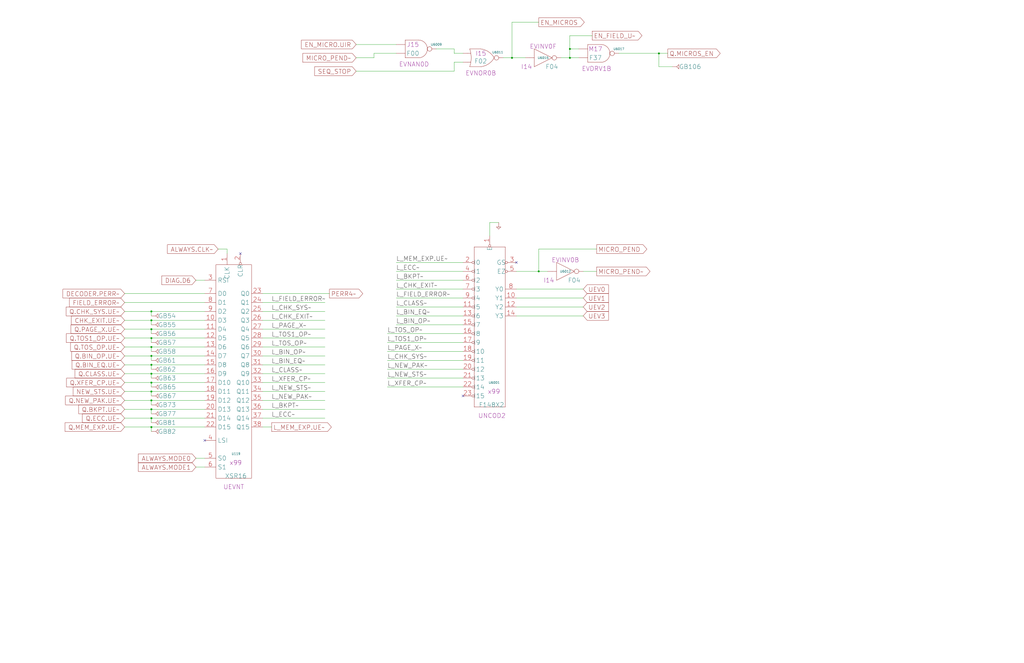
<source format=kicad_sch>
(kicad_sch (version 20230121) (generator eeschema)
  (paper "User" 584.2 378.46)
  (title_block (title "MICRO EVENT GENERATION") (date "22-MAY-90") (rev "1.0") (comment 1 "SEQUENCER") (comment 2 "232-003064") (comment 3 "S400") (comment 4 "RELEASED"))
  (lib_symbols
    (symbol "r1000:F00" (pin_numbers hide) (pin_names hide)
      (property "Reference" "U" (at 15.24 0 0))
      (property "Value" "F00" (at 1.905 -5.08 0))
      (property "Location" "___" (at 1.905 0 0))
      (property "Name" "______" (at 2.54 -12.7 0))
      (symbol "F00_0_1"
        (polyline (pts (xy -2.54 -7.62) (xy 5.08 -7.62)) (stroke (width 0.1524)))
        (polyline (pts (xy -2.54 2.54) (xy -2.54 -7.62)) (stroke (width 0.1524)))
        (polyline (pts (xy -2.54 2.54) (xy 5.08 2.54)) (stroke (width 0.1524)))
        (arc (start 5.08 -7.62) (mid 10.1282 -2.54) (end 5.08 2.54) (stroke (width 0.1524)))
        (circle (center 11.43 -2.54) (radius 1.27) (stroke (width 0.1524)))
      )
      (symbol "F00_0_2"
        (circle (center -3.81 -5.08) (radius 1.27) (stroke (width 0.1524)))
        (circle (center -3.81 0) (radius 1.27) (stroke (width 0.1524)))
        (arc (start -3.175 -7.62) (mid -2.134 -2.54) (end -3.175 2.54) (stroke (width 0.1524)))
        (polyline (pts (xy -3.175 -7.62) (xy 3.81 -7.62)) (stroke (width 0.1524)))
        (polyline (pts (xy -3.175 2.54) (xy 3.81 2.54)) (stroke (width 0.1524)))
        (arc (start 3.81 -7.62) (mid 7.5855 -5.8306) (end 10.16 -2.54) (stroke (width 0.1524)))
        (arc (start 10.16 -2.54) (mid 7.5827 0.7471) (end 3.81 2.54) (stroke (width 0.1524)))
      )
      (symbol "F00_1_1"
        (pin input line (at -7.62 0 0) (length 5.08) (name "D0") (number "1"))
        (pin input line (at -7.62 -5.08 0) (length 5.08) (name "D1") (number "2"))
        (pin output line (at 15.24 -2.54 180) (length 2.54) (name "Q") (number "3"))
      )
      (symbol "F00_1_2"
        (pin input line (at -7.62 0 0) (length 2.54) (name "D0") (number "1"))
        (pin input line (at -7.62 -5.08 0) (length 2.54) (name "D1") (number "2"))
        (pin output line (at 15.24 -2.54 180) (length 5.08) (name "Q") (number "3"))
      )
    )
    (symbol "r1000:F02" (pin_numbers hide) (pin_names hide)
      (property "Reference" "U" (at 12.16 0.635 0))
      (property "Value" "F02" (at -1.27 -4.445 0))
      (property "Location" "___" (at 2.54 0 0))
      (property "Name" "______" (at 2.54 -12.7 0))
      (symbol "F02_0_1"
        (arc (start -3.81 -7.62) (mid -2.9847 -2.54) (end -3.81 2.54) (stroke (width 0.1524)))
        (polyline (pts (xy -5.08 -5.08) (xy -3.175 -5.08)) (stroke (width 0.1524)))
        (polyline (pts (xy -5.08 0) (xy -3.175 0)) (stroke (width 0.1524)))
        (polyline (pts (xy -3.81 -7.62) (xy 2.54 -7.62)) (stroke (width 0.1524)))
        (polyline (pts (xy -3.81 2.54) (xy 2.54 2.54)) (stroke (width 0.1524)))
        (polyline (pts (xy 13.97 -2.54) (xy 12.7 -2.54)) (stroke (width 0.1524)))
        (arc (start 2.54 -7.62) (mid 6.9515 -5.9823) (end 10.16 -2.54) (stroke (width 0.1524)))
        (arc (start 10.16 -2.54) (mid 6.9478 0.8966) (end 2.54 2.54) (stroke (width 0.1524)))
        (circle (center 11.43 -2.54) (radius 1.27) (stroke (width 0.1524)))
      )
      (symbol "F02_0_2"
        (circle (center -3.81 -5.08) (radius 1.27) (stroke (width 0.1524)))
        (circle (center -3.81 0) (radius 1.27) (stroke (width 0.1524)))
        (polyline (pts (xy -2.54 -7.62) (xy 5.08 -7.62)) (stroke (width 0.1524)))
        (polyline (pts (xy -2.54 2.54) (xy -2.54 -7.62)) (stroke (width 0.1524)))
        (polyline (pts (xy -2.54 2.54) (xy 5.08 2.54)) (stroke (width 0.1524)))
        (polyline (pts (xy 11.43 -2.54) (xy 10.16 -2.54)) (stroke (width 0.1524)))
        (polyline (pts (xy 11.43 -2.54) (xy 12.7 -2.54)) (stroke (width 0.1524)))
        (arc (start 5.08 -7.62) (mid 10.1282 -2.54) (end 5.08 2.54) (stroke (width 0.1524)))
      )
      (symbol "F02_1_1"
        (pin input line (at -7.62 0 0) (length 2.54) (name "D0") (number "1"))
        (pin input line (at -7.62 -5.08 0) (length 2.54) (name "D1") (number "2"))
        (pin output line (at 15.24 -2.54 180) (length 1.27) (name "Q") (number "3"))
      )
      (symbol "F02_1_2"
        (pin input line (at -7.62 0 0) (length 2.54) (name "D0") (number "1"))
        (pin input line (at -7.62 -5.08 0) (length 2.54) (name "D1") (number "2"))
        (pin output line (at 15.24 -2.54 180) (length 2.54) (name "Q") (number "3"))
      )
    )
    (symbol "r1000:F04" (pin_numbers hide) (pin_names hide)
      (property "Reference" "U" (at 0 0 0))
      (property "Value" "F04" (at 1.27 -5.08 0))
      (property "Location" "___" (at -12.7 -5.08 0))
      (property "Name" "______" (at 0 5.08 0))
      (symbol "F04_0_1"
        (polyline (pts (xy -7.62 0) (xy -5.08 0)) (stroke (width 0.1524)))
        (polyline (pts (xy -5.08 5.08) (xy -5.08 -5.08)) (stroke (width 0.1524)))
        (polyline (pts (xy 5.08 0) (xy -5.08 -5.08)) (stroke (width 0.1524)))
        (polyline (pts (xy 5.08 0) (xy -5.08 5.08)) (stroke (width 0.1524)))
        (circle (center 6.35 0) (radius 1.27) (stroke (width 0.1524)))
      )
      (symbol "F04_1_1"
        (pin input line (at -10.16 0 0) (length 2.54) (name "D0") (number "1"))
        (pin output line (at 10.16 0 180) (length 2.54) (name "Q") (number "2"))
      )
    )
    (symbol "r1000:F148X2" (pin_names (offset 1.016))
      (property "Reference" "U" (at 2.54 5.08 0))
      (property "Value" "F148X2" (at -6.35 -7.62 0))
      (property "Location" "___" (at -1.27 0 0))
      (property "Name" "______" (at 1.27 -15.24 0))
      (symbol "F148X2_1_1"
        (circle (center -9.525 -2.54) (radius 0.635))
        (circle (center -9.525 2.54) (radius 0.635))
        (circle (center -9.525 7.62) (radius 0.635))
        (circle (center -9.525 12.7) (radius 0.635))
        (circle (center -9.525 17.78) (radius 0.635))
        (circle (center -9.525 22.86) (radius 0.635))
        (circle (center -9.525 27.94) (radius 0.635))
        (circle (center -9.525 33.02) (radius 0.635))
        (circle (center -9.525 38.1) (radius 0.635))
        (circle (center -9.525 43.18) (radius 0.635))
        (circle (center -9.525 48.26) (radius 0.635))
        (circle (center -9.525 53.34) (radius 0.635))
        (circle (center -9.525 58.42) (radius 0.635))
        (circle (center -9.525 63.5) (radius 0.635))
        (circle (center -9.525 68.58) (radius 0.635))
        (circle (center -9.525 73.66) (radius 0.635))
        (rectangle (start -8.89 82.55) (end 8.89 -8.89))
        (circle (center 0 83.185) (radius 0.635))
        (circle (center 9.525 68.58) (radius 0.635))
        (circle (center 9.525 73.66) (radius 0.635))
        (pin input line (at 0 88.9 270) (length 5.08) (name "E") (number "1"))
        (pin output line (at 15.24 53.34 180) (length 6.35) (name "Y1") (number "10"))
        (pin input line (at -15.24 48.26 0) (length 5.08) (name "I5") (number "11"))
        (pin output line (at 15.24 48.26 180) (length 6.35) (name "Y2") (number "12"))
        (pin input line (at -15.24 43.18 0) (length 5.08) (name "I6") (number "13"))
        (pin output line (at 15.24 43.18 180) (length 6.35) (name "Y3") (number "14"))
        (pin input line (at -15.24 38.1 0) (length 5.08) (name "I7") (number "15"))
        (pin input line (at -15.24 33.02 0) (length 5.08) (name "I8") (number "16"))
        (pin input line (at -15.24 27.94 0) (length 5.08) (name "I9") (number "17"))
        (pin input line (at -15.24 22.86 0) (length 5.08) (name "I10") (number "18"))
        (pin input line (at -15.24 17.78 0) (length 5.08) (name "I11") (number "19"))
        (pin input line (at -15.24 73.66 0) (length 5.08) (name "I0") (number "2"))
        (pin input line (at -15.24 12.7 0) (length 5.08) (name "I12") (number "20"))
        (pin input line (at -15.24 7.62 0) (length 5.08) (name "I13") (number "21"))
        (pin input line (at -15.24 2.54 0) (length 5.08) (name "I14") (number "22"))
        (pin input line (at -15.24 -2.54 0) (length 5.08) (name "I15") (number "23"))
        (pin output line (at 15.24 73.66 180) (length 5.08) (name "GS") (number "3"))
        (pin input line (at -15.24 68.58 0) (length 5.08) (name "I1") (number "4"))
        (pin output line (at 15.24 68.58 180) (length 5.08) (name "EZ") (number "5"))
        (pin input line (at -15.24 63.5 0) (length 5.08) (name "I2") (number "6"))
        (pin input line (at -15.24 58.42 0) (length 5.08) (name "I3") (number "7"))
        (pin output line (at 15.24 58.42 180) (length 6.35) (name "Y0") (number "8"))
        (pin input line (at -15.24 53.34 0) (length 5.08) (name "I4") (number "9"))
      )
    )
    (symbol "r1000:F37" (pin_numbers hide) (pin_names (offset 0) hide)
      (property "Reference" "U" (at 15.24 0 0))
      (property "Value" "F37" (at 1.905 -5.08 0))
      (property "Location" "___" (at 1.905 0 0))
      (property "Name" "______" (at 2.54 -12.7 0))
      (symbol "F37_0_1"
        (polyline (pts (xy -2.54 -7.62) (xy 5.08 -7.62)) (stroke (width 0.1524)))
        (polyline (pts (xy -2.54 2.54) (xy -2.54 -7.62)) (stroke (width 0.1524)))
        (polyline (pts (xy -2.54 2.54) (xy 5.08 2.54)) (stroke (width 0.1524)))
        (arc (start 5.08 -7.62) (mid 10.1282 -2.54) (end 5.08 2.54) (stroke (width 0.1524)))
        (circle (center 11.43 -2.54) (radius 1.27) (stroke (width 0.1524)))
      )
      (symbol "F37_0_2"
        (circle (center -3.81 -5.08) (radius 1.27) (stroke (width 0.1524)))
        (circle (center -3.81 0) (radius 1.27) (stroke (width 0.1524)))
        (arc (start -3.175 -7.62) (mid -2.134 -2.54) (end -3.175 2.54) (stroke (width 0.1524)))
        (polyline (pts (xy -3.175 -7.62) (xy 3.81 -7.62)) (stroke (width 0.1524)))
        (polyline (pts (xy -3.175 2.54) (xy 3.81 2.54)) (stroke (width 0.1524)))
        (arc (start 3.81 -7.62) (mid 7.5855 -5.8306) (end 10.16 -2.54) (stroke (width 0.1524)))
        (arc (start 10.16 -2.54) (mid 7.5827 0.7471) (end 3.81 2.54) (stroke (width 0.1524)))
      )
      (symbol "F37_1_1"
        (pin input line (at -7.62 0 0) (length 5.08) (name "D0") (number "1"))
        (pin input line (at -7.62 -5.08 0) (length 5.08) (name "D1") (number "2"))
        (pin output line (at 15.24 -2.54 180) (length 2.54) (name "Q") (number "3"))
      )
      (symbol "F37_1_2"
        (pin input line (at -7.62 0 0) (length 2.54) (name "D0") (number "1"))
        (pin input line (at -7.62 -5.08 0) (length 2.54) (name "D1") (number "2"))
        (pin output line (at 15.24 -2.54 180) (length 5.08) (name "Q") (number "3"))
      )
    )
    (symbol "r1000:GB" (pin_numbers hide) (pin_names (offset 0) hide)
      (property "Reference" "GB" (at 3.81 0 0))
      (symbol "GB_0_1"
        (polyline (pts (xy 2.54 0) (xy 3.81 1.27) (xy 3.81 -1.27) (xy 2.54 0)) (stroke (width 0.1524)))
      )
      (symbol "GB_1_1"
        (pin bidirectional line (at 0 0 0) (length 2.54) (name "") (number "1"))
      )
    )
    (symbol "r1000:PD" (power) (pin_numbers hide) (pin_names hide) (in_bom no)
      (symbol "PD_0_1"
        (polyline (pts (xy 0 -2.54) (xy 1.27 -2.54) (xy 0 -3.81) (xy -1.27 -2.54) (xy 0 -2.54)) (stroke (width 0.1524)))
      )
      (symbol "PD_1_1"
        (pin power_in line (at 0 0 270) (length 2.54) (name "PD") (number "1"))
      )
    )
    (symbol "r1000:XSR16" (pin_names (offset 1.016))
      (property "Reference" "U" (at 2.54 5.08 0))
      (property "Value" "XSR16" (at -3.81 -7.62 0))
      (property "Location" "___" (at -1.27 0 0))
      (property "Name" "______" (at 1.27 -15.24 0))
      (symbol "XSR16_1_1"
        (rectangle (start -8.89 113.03) (end 11.43 -8.89))
        (circle (center 5.08 113.665) (radius 0.635))
        (pin input line (at -2.54 119.38 270) (length 6.35) (name "CLK") (number "1"))
        (pin input line (at -15.24 81.28 0) (length 6.35) (name "D3") (number "10"))
        (pin input line (at -15.24 76.2 0) (length 6.35) (name "D4") (number "11"))
        (pin input line (at -15.24 71.12 0) (length 6.35) (name "D5") (number "12"))
        (pin input line (at -15.24 66.04 0) (length 6.35) (name "D6") (number "13"))
        (pin input line (at -15.24 60.96 0) (length 6.35) (name "D7") (number "14"))
        (pin input line (at -15.24 55.88 0) (length 6.35) (name "D8") (number "15"))
        (pin input line (at -15.24 50.8 0) (length 6.35) (name "D9") (number "16"))
        (pin input line (at -15.24 45.72 0) (length 6.35) (name "D10") (number "17"))
        (pin input line (at -15.24 40.64 0) (length 6.35) (name "D11") (number "18"))
        (pin input line (at -15.24 35.56 0) (length 6.35) (name "D12") (number "19"))
        (pin input line (at 5.08 119.38 270) (length 5.08) (name "CLR") (number "2"))
        (pin input line (at -15.24 30.48 0) (length 6.35) (name "D13") (number "20"))
        (pin input line (at -15.24 25.4 0) (length 6.35) (name "D14") (number "21"))
        (pin input line (at -15.24 20.32 0) (length 6.35) (name "D15") (number "22"))
        (pin output line (at 17.78 96.52 180) (length 6.35) (name "Q0") (number "23"))
        (pin output line (at 17.78 91.44 180) (length 6.35) (name "Q1") (number "24"))
        (pin output line (at 17.78 86.36 180) (length 6.35) (name "Q2") (number "25"))
        (pin output line (at 17.78 81.28 180) (length 6.35) (name "Q3") (number "26"))
        (pin output line (at 17.78 76.2 180) (length 6.35) (name "Q4") (number "27"))
        (pin output line (at 17.78 71.12 180) (length 6.35) (name "Q5") (number "28"))
        (pin output line (at 17.78 66.04 180) (length 6.35) (name "Q6") (number "29"))
        (pin input line (at -15.24 104.14 0) (length 6.35) (name "RSI") (number "3"))
        (pin output line (at 17.78 60.96 180) (length 6.35) (name "Q7") (number "30"))
        (pin output line (at 17.78 55.88 180) (length 6.35) (name "Q8") (number "31"))
        (pin output line (at 17.78 50.8 180) (length 6.35) (name "Q9") (number "32"))
        (pin output line (at 17.78 45.72 180) (length 6.35) (name "Q10") (number "33"))
        (pin output line (at 17.78 40.64 180) (length 6.35) (name "Q11") (number "34"))
        (pin output line (at 17.78 35.56 180) (length 6.35) (name "Q12") (number "35"))
        (pin output line (at 17.78 30.48 180) (length 6.35) (name "Q13") (number "36"))
        (pin output line (at 17.78 25.4 180) (length 6.35) (name "Q14") (number "37"))
        (pin output line (at 17.78 20.32 180) (length 6.35) (name "Q15") (number "38"))
        (pin input line (at -15.24 12.7 0) (length 6.35) (name "LSI") (number "4"))
        (pin input line (at -15.24 2.54 0) (length 6.35) (name "S0") (number "5"))
        (pin input line (at -15.24 -2.54 0) (length 6.35) (name "S1") (number "6"))
        (pin input line (at -15.24 96.52 0) (length 6.35) (name "D0") (number "7"))
        (pin input line (at -15.24 91.44 0) (length 6.35) (name "D1") (number "8"))
        (pin input line (at -15.24 86.36 0) (length 6.35) (name "D2") (number "9"))
      )
    )
  )
  (junction (at 86.36 193.04))
  (junction (at 86.36 208.28))
  (junction (at 86.36 233.68))
  (junction (at 86.36 228.6))
  (junction (at 86.36 177.8))
  (junction (at 86.36 213.36))
  (junction (at 86.36 218.44))
  (junction (at 86.36 238.76))
  (junction (at 292.1 33.02))
  (junction (at 86.36 223.52))
  (junction (at 325.12 33.02))
  (junction (at 86.36 198.12))
  (junction (at 325.12 27.94))
  (junction (at 86.36 187.96))
  (junction (at 86.36 243.84))
  (junction (at 307.34 154.94))
  (junction (at 86.36 182.88))
  (junction (at 86.36 203.2))
  (junction (at 375.92 30.48))
  (no_connect (at 294.64 149.86))
  (no_connect (at 137.16 144.78))
  (no_connect (at 264.16 226.06))
  (no_connect (at 116.84 251.46))
  (wire (pts (xy 264.16 210.82) (xy 220.98 210.82)))
  (wire (pts (xy 86.36 238.76) (xy 116.84 238.76)))
  (wire (pts (xy 248.92 27.94) (xy 259.08 27.94)))
  (wire (pts (xy 71.12 228.6) (xy 86.36 228.6)))
  (wire (pts (xy 149.86 187.96) (xy 185.42 187.96)))
  (wire (pts (xy 264.16 180.34) (xy 226.06 180.34)))
  (wire (pts (xy 86.36 238.76) (xy 86.36 241.3)))
  (wire (pts (xy 292.1 12.7) (xy 292.1 33.02)))
  (wire (pts (xy 71.12 172.72) (xy 116.84 172.72)))
  (wire (pts (xy 325.12 27.94) (xy 325.12 33.02)))
  (wire (pts (xy 71.12 193.04) (xy 86.36 193.04)))
  (wire (pts (xy 86.36 182.88) (xy 86.36 185.42)))
  (wire (pts (xy 264.16 200.66) (xy 220.98 200.66)))
  (wire (pts (xy 129.54 142.24) (xy 129.54 144.78)))
  (wire (pts (xy 86.36 208.28) (xy 86.36 210.82)))
  (wire (pts (xy 71.12 177.8) (xy 86.36 177.8)))
  (wire (pts (xy 86.36 198.12) (xy 116.84 198.12)))
  (wire (pts (xy 149.86 213.36) (xy 185.42 213.36)))
  (wire (pts (xy 86.36 193.04) (xy 86.36 195.58)))
  (wire (pts (xy 71.12 213.36) (xy 86.36 213.36)))
  (wire (pts (xy 111.76 266.7) (xy 116.84 266.7)))
  (wire (pts (xy 279.4 127) (xy 284.48 127)))
  (wire (pts (xy 264.16 160.02) (xy 226.06 160.02)))
  (wire (pts (xy 149.86 208.28) (xy 185.42 208.28)))
  (wire (pts (xy 203.2 40.64) (xy 259.08 40.64)))
  (wire (pts (xy 375.92 38.1) (xy 375.92 30.48)))
  (wire (pts (xy 294.64 154.94) (xy 307.34 154.94)))
  (wire (pts (xy 279.4 134.62) (xy 279.4 127)))
  (wire (pts (xy 294.64 165.1) (xy 332.74 165.1)))
  (wire (pts (xy 86.36 187.96) (xy 86.36 190.5)))
  (wire (pts (xy 86.36 243.84) (xy 86.36 246.38)))
  (wire (pts (xy 149.86 177.8) (xy 185.42 177.8)))
  (wire (pts (xy 307.34 142.24) (xy 340.36 142.24)))
  (wire (pts (xy 203.2 25.4) (xy 226.06 25.4)))
  (wire (pts (xy 86.36 187.96) (xy 116.84 187.96)))
  (wire (pts (xy 86.36 228.6) (xy 116.84 228.6)))
  (wire (pts (xy 213.36 30.48) (xy 213.36 33.02)))
  (wire (pts (xy 71.12 243.84) (xy 86.36 243.84)))
  (wire (pts (xy 86.36 218.44) (xy 86.36 220.98)))
  (wire (pts (xy 149.86 218.44) (xy 185.42 218.44)))
  (wire (pts (xy 71.12 167.64) (xy 116.84 167.64)))
  (wire (pts (xy 86.36 213.36) (xy 116.84 213.36)))
  (wire (pts (xy 111.76 261.62) (xy 116.84 261.62)))
  (wire (pts (xy 149.86 198.12) (xy 185.42 198.12)))
  (wire (pts (xy 292.1 33.02) (xy 299.72 33.02)))
  (wire (pts (xy 337.82 20.32) (xy 325.12 20.32)))
  (wire (pts (xy 259.08 30.48) (xy 259.08 27.94)))
  (wire (pts (xy 86.36 177.8) (xy 116.84 177.8)))
  (wire (pts (xy 86.36 233.68) (xy 116.84 233.68)))
  (wire (pts (xy 226.06 149.86) (xy 264.16 149.86)))
  (wire (pts (xy 149.86 223.52) (xy 185.42 223.52)))
  (wire (pts (xy 124.46 142.24) (xy 129.54 142.24)))
  (wire (pts (xy 149.86 167.64) (xy 187.96 167.64)))
  (wire (pts (xy 86.36 223.52) (xy 86.36 226.06)))
  (wire (pts (xy 149.86 203.2) (xy 185.42 203.2)))
  (wire (pts (xy 264.16 35.56) (xy 259.08 35.56)))
  (wire (pts (xy 86.36 203.2) (xy 86.36 205.74)))
  (wire (pts (xy 86.36 193.04) (xy 116.84 193.04)))
  (wire (pts (xy 353.06 30.48) (xy 375.92 30.48)))
  (wire (pts (xy 264.16 175.26) (xy 226.06 175.26)))
  (wire (pts (xy 149.86 228.6) (xy 185.42 228.6)))
  (wire (pts (xy 71.12 203.2) (xy 86.36 203.2)))
  (wire (pts (xy 264.16 154.94) (xy 226.06 154.94)))
  (wire (pts (xy 264.16 170.18) (xy 226.06 170.18)))
  (wire (pts (xy 111.76 160.02) (xy 116.84 160.02)))
  (wire (pts (xy 71.12 223.52) (xy 86.36 223.52)))
  (wire (pts (xy 86.36 243.84) (xy 116.84 243.84)))
  (wire (pts (xy 264.16 30.48) (xy 259.08 30.48)))
  (wire (pts (xy 330.2 27.94) (xy 325.12 27.94)))
  (wire (pts (xy 149.86 193.04) (xy 185.42 193.04)))
  (wire (pts (xy 320.04 33.02) (xy 325.12 33.02)))
  (wire (pts (xy 86.36 208.28) (xy 116.84 208.28)))
  (wire (pts (xy 86.36 177.8) (xy 86.36 180.34)))
  (wire (pts (xy 264.16 215.9) (xy 220.98 215.9)))
  (wire (pts (xy 71.12 198.12) (xy 86.36 198.12)))
  (wire (pts (xy 294.64 175.26) (xy 332.74 175.26)))
  (wire (pts (xy 287.02 33.02) (xy 292.1 33.02)))
  (wire (pts (xy 71.12 182.88) (xy 86.36 182.88)))
  (wire (pts (xy 264.16 220.98) (xy 220.98 220.98)))
  (wire (pts (xy 312.42 154.94) (xy 307.34 154.94)))
  (wire (pts (xy 86.36 233.68) (xy 86.36 236.22)))
  (wire (pts (xy 149.86 233.68) (xy 185.42 233.68)))
  (wire (pts (xy 149.86 182.88) (xy 185.42 182.88)))
  (wire (pts (xy 375.92 30.48) (xy 381 30.48)))
  (wire (pts (xy 294.64 170.18) (xy 332.74 170.18)))
  (wire (pts (xy 86.36 213.36) (xy 86.36 215.9)))
  (wire (pts (xy 264.16 190.5) (xy 220.98 190.5)))
  (wire (pts (xy 264.16 195.58) (xy 220.98 195.58)))
  (wire (pts (xy 149.86 243.84) (xy 154.94 243.84)))
  (wire (pts (xy 264.16 205.74) (xy 220.98 205.74)))
  (wire (pts (xy 86.36 218.44) (xy 116.84 218.44)))
  (wire (pts (xy 71.12 208.28) (xy 86.36 208.28)))
  (wire (pts (xy 226.06 30.48) (xy 213.36 30.48)))
  (wire (pts (xy 71.12 233.68) (xy 86.36 233.68)))
  (wire (pts (xy 307.34 12.7) (xy 292.1 12.7)))
  (wire (pts (xy 71.12 238.76) (xy 86.36 238.76)))
  (wire (pts (xy 86.36 228.6) (xy 86.36 231.14)))
  (wire (pts (xy 203.2 33.02) (xy 213.36 33.02)))
  (wire (pts (xy 71.12 218.44) (xy 86.36 218.44)))
  (wire (pts (xy 149.86 172.72) (xy 185.42 172.72)))
  (wire (pts (xy 86.36 223.52) (xy 116.84 223.52)))
  (wire (pts (xy 149.86 238.76) (xy 185.42 238.76)))
  (wire (pts (xy 86.36 203.2) (xy 116.84 203.2)))
  (wire (pts (xy 71.12 187.96) (xy 86.36 187.96)))
  (wire (pts (xy 325.12 33.02) (xy 330.2 33.02)))
  (wire (pts (xy 264.16 165.1) (xy 226.06 165.1)))
  (wire (pts (xy 383.54 38.1) (xy 375.92 38.1)))
  (wire (pts (xy 294.64 180.34) (xy 332.74 180.34)))
  (wire (pts (xy 86.36 182.88) (xy 116.84 182.88)))
  (wire (pts (xy 332.74 154.94) (xy 340.36 154.94)))
  (wire (pts (xy 264.16 185.42) (xy 226.06 185.42)))
  (wire (pts (xy 325.12 20.32) (xy 325.12 27.94)))
  (wire (pts (xy 86.36 198.12) (xy 86.36 200.66)))
  (wire (pts (xy 259.08 35.56) (xy 259.08 40.64)))
  (wire (pts (xy 307.34 154.94) (xy 307.34 142.24)))
  (label "L_NEW_PAK~" (at 220.98 210.82 0) (effects (font (size 2.54 2.54))))
  (label "L_FIELD_ERROR~" (at 154.94 172.72 0) (effects (font (size 2.54 2.54))))
  (label "L_PAGE_X~" (at 154.94 187.96 0) (effects (font (size 2.54 2.54))))
  (label "L_FIELD_ERROR~" (at 226.06 170.18 0) (effects (font (size 2.54 2.54))))
  (label "L_BIN_EQ~" (at 226.06 180.34 0) (effects (font (size 2.54 2.54))))
  (label "L_CHK_EXIT~" (at 154.94 182.88 0) (effects (font (size 2.54 2.54))))
  (label "L_CLASS~" (at 226.06 175.26 0) (effects (font (size 2.54 2.54))))
  (label "L_TOS_OP~" (at 220.98 190.5 0) (effects (font (size 2.54 2.54))))
  (label "L_TOS_OP~" (at 154.94 198.12 0) (effects (font (size 2.54 2.54))))
  (label "L_XFER_CP~" (at 154.94 218.44 0) (effects (font (size 2.54 2.54))))
  (label "L_BIN_OP~" (at 154.94 203.2 0) (effects (font (size 2.54 2.54))))
  (label "L_PAGE_X~" (at 220.98 200.66 0) (effects (font (size 2.54 2.54))))
  (label "L_MEM_EXP.UE~" (at 226.06 149.86 0) (effects (font (size 2.54 2.54))))
  (label "L_CHK_EXIT~" (at 226.06 165.1 0) (effects (font (size 2.54 2.54))))
  (label "L_BIN_OP~" (at 226.06 185.42 0) (effects (font (size 2.54 2.54))))
  (label "L_NEW_STS~" (at 220.98 215.9 0) (effects (font (size 2.54 2.54))))
  (label "L_CLASS~" (at 154.94 213.36 0) (effects (font (size 2.54 2.54))))
  (label "L_ECC~" (at 226.06 154.94 0) (effects (font (size 2.54 2.54))))
  (label "L_NEW_PAK~" (at 154.94 228.6 0) (effects (font (size 2.54 2.54))))
  (label "L_ECC~" (at 154.94 238.76 0) (effects (font (size 2.54 2.54))))
  (label "L_NEW_STS~" (at 154.94 223.52 0) (effects (font (size 2.54 2.54))))
  (label "L_TOS1_OP~" (at 154.94 193.04 0) (effects (font (size 2.54 2.54))))
  (label "L_CHK_SYS~" (at 220.98 205.74 0) (effects (font (size 2.54 2.54))))
  (label "L_BKPT~" (at 226.06 160.02 0) (effects (font (size 2.54 2.54))))
  (label "L_BIN_EQ~" (at 154.94 208.28 0) (effects (font (size 2.54 2.54))))
  (label "L_XFER_CP~" (at 220.98 220.98 0) (effects (font (size 2.54 2.54))))
  (label "L_TOS1_OP~" (at 220.98 195.58 0) (effects (font (size 2.54 2.54))))
  (label "L_BKPT~" (at 154.94 233.68 0) (effects (font (size 2.54 2.54))))
  (label "L_CHK_SYS~" (at 154.94 177.8 0) (effects (font (size 2.54 2.54))))
  (global_label "EN_MICRO.UIR" (shape input) (at 203.2 25.4 180) (effects (font (size 2.54 2.54))) (property "Intersheetrefs" "${INTERSHEET_REFS}" (at 172.0064 25.2413 0) (effects (font (size 1.905 1.905)) (justify right))))
  (global_label "Q.MEM_EXP.UE~" (shape input) (at 71.12 243.84 180) (effects (font (size 2.54 2.54))) (property "Intersheetrefs" "${INTERSHEET_REFS}" (at 37.1445 243.6813 0) (effects (font (size 1.905 1.905)) (justify right))))
  (global_label "ALWAYS.CLK~" (shape input) (at 124.46 142.24 180) (effects (font (size 2.54 2.54))) (property "Intersheetrefs" "${INTERSHEET_REFS}" (at 89.3959 142.0813 0) (effects (font (size 1.905 1.905)) (justify right))))
  (global_label "MICRO_PEND~" (shape input) (at 203.2 33.02 180) (effects (font (size 2.54 2.54))) (property "Intersheetrefs" "${INTERSHEET_REFS}" (at 172.7321 32.8613 0) (effects (font (size 1.905 1.905)) (justify right))))
  (global_label "DECODER.PERR~" (shape input) (at 71.12 167.64 180) (effects (font (size 2.54 2.54))) (property "Intersheetrefs" "${INTERSHEET_REFS}" (at 35.935 167.4813 0) (effects (font (size 1.905 1.905)) (justify right))))
  (global_label "Q.BIN_OP.UE~" (shape input) (at 71.12 203.2 180) (effects (font (size 2.54 2.54))) (property "Intersheetrefs" "${INTERSHEET_REFS}" (at 40.894 203.0413 0) (effects (font (size 1.905 1.905)) (justify right))))
  (global_label "MICRO_PEND~" (shape output) (at 340.36 154.94 0) (effects (font (size 2.54 2.54))) (property "Intersheetrefs" "${INTERSHEET_REFS}" (at 372.003 154.94 0) (effects (font (size 1.905 1.905)) (justify left))))
  (global_label "DIAG.D6" (shape input) (at 111.76 160.02 180) (effects (font (size 2.54 2.54))) (property "Intersheetrefs" "${INTERSHEET_REFS}" (at 92.2988 159.8613 0) (effects (font (size 1.905 1.905)) (justify right))))
  (global_label "Q.TOS_OP.UE~" (shape input) (at 71.12 198.12 180) (effects (font (size 2.54 2.54))) (property "Intersheetrefs" "${INTERSHEET_REFS}" (at 40.2892 197.9613 0) (effects (font (size 1.905 1.905)) (justify right))))
  (global_label "L_MEM_EXP.UE~" (shape output) (at 154.94 243.84 0) (effects (font (size 2.54 2.54))) (property "Intersheetrefs" "${INTERSHEET_REFS}" (at 189.0365 243.6813 0) (effects (font (size 1.905 1.905)) (justify left))))
  (global_label "NEW_STS.UE~" (shape input) (at 71.12 223.52 180) (effects (font (size 2.54 2.54))) (property "Intersheetrefs" "${INTERSHEET_REFS}" (at 41.7407 223.3613 0) (effects (font (size 1.905 1.905)) (justify right))))
  (global_label "UEV0" (shape input) (at 332.74 165.1 0) (effects (font (size 2.54 2.54))) (property "Intersheetrefs" "${INTERSHEET_REFS}" (at 348.2962 165.1 0) (effects (justify left))))
  (global_label "UEV1" (shape input) (at 332.74 170.18 0) (effects (font (size 2.54 2.54))) (property "Intersheetrefs" "${INTERSHEET_REFS}" (at 348.2962 170.18 0) (effects (justify left))))
  (global_label "MICRO_PEND" (shape output) (at 340.36 142.24 0) (effects (font (size 2.54 2.54))) (property "Intersheetrefs" "${INTERSHEET_REFS}" (at 370.1887 142.24 0) (effects (font (size 1.905 1.905)) (justify left))))
  (global_label "UEV2" (shape input) (at 332.74 175.26 0) (effects (font (size 2.54 2.54))) (property "Intersheetrefs" "${INTERSHEET_REFS}" (at 348.2962 175.26 0) (effects (justify left))))
  (global_label "Q.MICROS_EN" (shape output) (at 381 30.48 0) (effects (font (size 2.54 2.54))) (property "Intersheetrefs" "${INTERSHEET_REFS}" (at 410.8631 30.3213 0) (effects (font (size 1.905 1.905)) (justify left))))
  (global_label "Q.CHK_SYS.UE~" (shape input) (at 71.12 177.8 180) (effects (font (size 2.54 2.54))) (property "Intersheetrefs" "${INTERSHEET_REFS}" (at 37.7492 177.6413 0) (effects (font (size 1.905 1.905)) (justify right))))
  (global_label "Q.NEW_PAK.UE~" (shape input) (at 71.12 228.6 180) (effects (font (size 2.54 2.54))) (property "Intersheetrefs" "${INTERSHEET_REFS}" (at 37.3864 228.4413 0) (effects (font (size 1.905 1.905)) (justify right))))
  (global_label "SEQ_STOP" (shape input) (at 203.2 40.64 180) (effects (font (size 2.54 2.54))) (property "Intersheetrefs" "${INTERSHEET_REFS}" (at 179.5054 40.4813 0) (effects (font (size 1.905 1.905)) (justify right))))
  (global_label "FIELD_ERROR~" (shape input) (at 71.12 172.72 180) (effects (font (size 2.54 2.54))) (property "Intersheetrefs" "${INTERSHEET_REFS}" (at 39.6845 172.5613 0) (effects (font (size 1.905 1.905)) (justify right))))
  (global_label "EN_FIELD_U~" (shape output) (at 337.82 20.32 0) (effects (font (size 2.54 2.54))) (property "Intersheetrefs" "${INTERSHEET_REFS}" (at 366.2317 20.1613 0) (effects (font (size 1.905 1.905)) (justify left))))
  (global_label "Q.BIN_EQ.UE~" (shape input) (at 71.12 208.28 180) (effects (font (size 2.54 2.54))) (property "Intersheetrefs" "${INTERSHEET_REFS}" (at 41.1359 208.1213 0) (effects (font (size 1.905 1.905)) (justify right))))
  (global_label "PERR4~" (shape output) (at 187.96 167.64 0) (effects (font (size 2.54 2.54))) (property "Intersheetrefs" "${INTERSHEET_REFS}" (at 206.9374 167.4813 0) (effects (font (size 1.905 1.905)) (justify left))))
  (global_label "Q.PAGE_X.UE~" (shape input) (at 71.12 187.96 180) (effects (font (size 2.54 2.54))) (property "Intersheetrefs" "${INTERSHEET_REFS}" (at 40.5311 187.8013 0) (effects (font (size 1.905 1.905)) (justify right))))
  (global_label "Q.ECC.UE~" (shape input) (at 71.12 238.76 180) (effects (font (size 2.54 2.54))) (property "Intersheetrefs" "${INTERSHEET_REFS}" (at 47.0626 238.6013 0) (effects (font (size 1.905 1.905)) (justify right))))
  (global_label "EN_MICROS" (shape output) (at 307.34 12.7 0) (effects (font (size 2.54 2.54))) (property "Intersheetrefs" "${INTERSHEET_REFS}" (at 333.3327 12.5413 0) (effects (font (size 1.905 1.905)) (justify left))))
  (global_label "ALWAYS.MODE0" (shape input) (at 111.76 261.62 180) (effects (font (size 2.54 2.54))) (property "Intersheetrefs" "${INTERSHEET_REFS}" (at 78.994 261.4613 0) (effects (font (size 1.905 1.905)) (justify right))))
  (global_label "ALWAYS.MODE1" (shape input) (at 111.76 266.7 180) (effects (font (size 2.54 2.54))) (property "Intersheetrefs" "${INTERSHEET_REFS}" (at 78.994 266.5413 0) (effects (font (size 1.905 1.905)) (justify right))))
  (global_label "UEV3" (shape input) (at 332.74 180.34 0) (effects (font (size 2.54 2.54))) (property "Intersheetrefs" "${INTERSHEET_REFS}" (at 348.2962 180.34 0) (effects (justify left))))
  (global_label "Q.BKPT.UE~" (shape input) (at 71.12 233.68 180) (effects (font (size 2.54 2.54))) (property "Intersheetrefs" "${INTERSHEET_REFS}" (at 44.8854 233.5213 0) (effects (font (size 1.905 1.905)) (justify right))))
  (global_label "Q.CLASS.UE~" (shape input) (at 71.12 213.36 180) (effects (font (size 2.54 2.54))) (property "Intersheetrefs" "${INTERSHEET_REFS}" (at 42.8292 213.2013 0) (effects (font (size 1.905 1.905)) (justify right))))
  (global_label "CHK_EXIT.UE~" (shape input) (at 71.12 182.88 180) (effects (font (size 2.54 2.54))) (property "Intersheetrefs" "${INTERSHEET_REFS}" (at 40.773 182.7213 0) (effects (font (size 1.905 1.905)) (justify right))))
  (global_label "Q.TOS1_OP.UE~" (shape input) (at 71.12 193.04 180) (effects (font (size 2.54 2.54))) (property "Intersheetrefs" "${INTERSHEET_REFS}" (at 37.8702 192.8813 0) (effects (font (size 1.905 1.905)) (justify right))))
  (global_label "Q.XFER_CP.UE~" (shape input) (at 71.12 218.44 180) (effects (font (size 2.54 2.54))) (property "Intersheetrefs" "${INTERSHEET_REFS}" (at 37.9911 218.2813 0) (effects (font (size 1.905 1.905)) (justify right))))
  (symbol (lib_id "r1000:F04") (at 322.58 154.94 0) (unit 1)
    (property "Reference" "U6012" (at 322.58 154.94 0))
    (property "Value" "F04" (at 323.85 160.02 0) (effects (font (size 2.54 2.54)) (justify left)))
    (property "Location" "I14" (at 309.88 160.02 0) (effects (font (size 2.54 2.54)) (justify left)))
    (property "Name" "EVINV0B" (at 322.58 149.86 0) (effects (font (size 2.54 2.54)) (justify bottom)))
  )
  (symbol (lib_id "r1000:GB") (at 86.36 231.14 0) (unit 1)
    (property "Reference" "GB73" (at 90.17 231.14 0) (effects (font (size 2.54 2.54)) (justify left)))
    (property "Value" "GB" (effects hide))
  )
  (symbol (lib_id "r1000:F148X2") (at 279.4 223.52 0) (unit 1)
    (property "Reference" "U6001" (at 281.94 218.44 0))
    (property "Value" "F148X2" (at 273.05 231.14 0) (effects (font (size 2.54 2.54)) (justify left)))
    (property "Location" "x99" (at 278.13 223.52 0) (effects (font (size 2.54 2.54)) (justify left)))
    (property "Name" "UNCOD2" (at 280.67 238.76 0) (effects (font (size 2.54 2.54)) (justify bottom)))
  )
  (symbol (lib_id "r1000:GB") (at 86.36 185.42 0) (unit 1)
    (property "Reference" "GB55" (at 90.17 185.42 0) (effects (font (size 2.54 2.54)) (justify left)))
    (property "Value" "GB" (effects hide))
  )
  (symbol (lib_id "r1000:PD") (at 284.48 127 0) (unit 1) (in_bom no)
    (property "Reference" "#PWR06001" (effects hide))
    (property "Value" "PD" (effects hide))
  )
  (symbol (lib_id "r1000:GB") (at 86.36 205.74 0) (unit 1)
    (property "Reference" "GB61" (at 90.17 205.74 0) (effects (font (size 2.54 2.54)) (justify left)))
    (property "Value" "GB" (effects hide))
  )
  (symbol (lib_id "r1000:GB") (at 86.36 236.22 0) (unit 1)
    (property "Reference" "GB77" (at 90.17 236.22 0) (effects (font (size 2.54 2.54)) (justify left)))
    (property "Value" "GB" (effects hide))
  )
  (symbol (lib_id "r1000:F00") (at 233.68 25.4 0) (unit 1)
    (property "Reference" "U6009" (at 248.92 25.4 0))
    (property "Value" "F00" (at 235.585 30.48 0) (effects (font (size 2.54 2.54))))
    (property "Location" "J15" (at 235.585 25.4 0) (effects (font (size 2.54 2.54))))
    (property "Name" "EVNAN0D" (at 236.22 38.1 0) (effects (font (size 2.54 2.54)) (justify bottom)))
  )
  (symbol (lib_id "r1000:F37") (at 337.82 27.94 0) (unit 1)
    (property "Reference" "U6017" (at 353.06 27.94 0))
    (property "Value" "F37" (at 339.725 33.02 0) (effects (font (size 2.54 2.54))))
    (property "Location" "M17" (at 339.725 27.94 0) (effects (font (size 2.54 2.54))))
    (property "Name" "EVDRV1B" (at 340.36 40.64 0) (effects (font (size 2.54 2.54)) (justify bottom)))
  )
  (symbol (lib_id "r1000:GB") (at 86.36 226.06 0) (unit 1)
    (property "Reference" "GB67" (at 90.17 226.06 0) (effects (font (size 2.54 2.54)) (justify left)))
    (property "Value" "GB" (effects hide))
  )
  (symbol (lib_id "r1000:XSR16") (at 132.08 264.16 0) (unit 1)
    (property "Reference" "U119" (at 134.62 259.08 0))
    (property "Value" "XSR16" (at 128.27 271.78 0) (effects (font (size 2.54 2.54)) (justify left)))
    (property "Location" "x99" (at 130.81 264.16 0) (effects (font (size 2.54 2.54)) (justify left)))
    (property "Name" "UEVNT" (at 133.35 279.4 0) (effects (font (size 2.54 2.54)) (justify bottom)))
  )
  (symbol (lib_id "r1000:GB") (at 86.36 210.82 0) (unit 1)
    (property "Reference" "GB62" (at 90.17 210.82 0) (effects (font (size 2.54 2.54)) (justify left)))
    (property "Value" "GB" (effects hide))
  )
  (symbol (lib_id "r1000:F04") (at 309.88 33.02 0) (unit 1)
    (property "Reference" "U6015" (at 309.88 33.02 0))
    (property "Value" "F04" (at 311.15 38.1 0) (effects (font (size 2.54 2.54)) (justify left)))
    (property "Location" "I14" (at 297.18 38.1 0) (effects (font (size 2.54 2.54)) (justify left)))
    (property "Name" "EVINV0F" (at 309.88 27.94 0) (effects (font (size 2.54 2.54)) (justify bottom)))
  )
  (symbol (lib_id "r1000:GB") (at 86.36 241.3 0) (unit 1)
    (property "Reference" "GB81" (at 90.17 241.3 0) (effects (font (size 2.54 2.54)) (justify left)))
    (property "Value" "GB" (effects hide))
  )
  (symbol (lib_id "r1000:GB") (at 86.36 180.34 0) (unit 1)
    (property "Reference" "GB54" (at 90.17 180.34 0) (effects (font (size 2.54 2.54)) (justify left)))
    (property "Value" "GB" (effects hide))
  )
  (symbol (lib_id "r1000:GB") (at 86.36 246.38 0) (unit 1)
    (property "Reference" "GB82" (at 90.17 246.38 0) (effects (font (size 2.54 2.54)) (justify left)))
    (property "Value" "GB" (effects hide))
  )
  (symbol (lib_id "r1000:GB") (at 86.36 215.9 0) (unit 1)
    (property "Reference" "GB63" (at 90.17 215.9 0) (effects (font (size 2.54 2.54)) (justify left)))
    (property "Value" "GB" (effects hide))
  )
  (symbol (lib_id "r1000:GB") (at 86.36 195.58 0) (unit 1)
    (property "Reference" "GB57" (at 90.17 195.58 0) (effects (font (size 2.54 2.54)) (justify left)))
    (property "Value" "GB" (effects hide))
  )
  (symbol (lib_id "r1000:F02") (at 271.78 30.48 0) (unit 1)
    (property "Reference" "U6011" (at 283.94 29.845 0))
    (property "Value" "F02" (at 270.51 34.925 0) (effects (font (size 2.54 2.54)) (justify left)))
    (property "Location" "I15" (at 274.32 30.48 0) (effects (font (size 2.54 2.54))))
    (property "Name" "EVNOR0B" (at 274.32 43.18 0) (effects (font (size 2.54 2.54)) (justify bottom)))
  )
  (symbol (lib_id "r1000:GB") (at 86.36 220.98 0) (unit 1)
    (property "Reference" "GB65" (at 90.17 220.98 0) (effects (font (size 2.54 2.54)) (justify left)))
    (property "Value" "GB" (effects hide))
  )
  (symbol (lib_id "r1000:GB") (at 86.36 190.5 0) (unit 1)
    (property "Reference" "GB56" (at 90.17 190.5 0) (effects (font (size 2.54 2.54)) (justify left)))
    (property "Value" "GB" (effects hide))
  )
  (symbol (lib_id "r1000:GB") (at 86.36 200.66 0) (unit 1)
    (property "Reference" "GB58" (at 90.17 200.66 0) (effects (font (size 2.54 2.54)) (justify left)))
    (property "Value" "GB" (effects hide))
  )
  (symbol (lib_id "r1000:GB") (at 383.54 38.1 0) (unit 1)
    (property "Reference" "GB106" (at 387.35 38.1 0) (effects (font (size 2.54 2.54)) (justify left)))
    (property "Value" "GB" (effects hide))
  )
)
</source>
